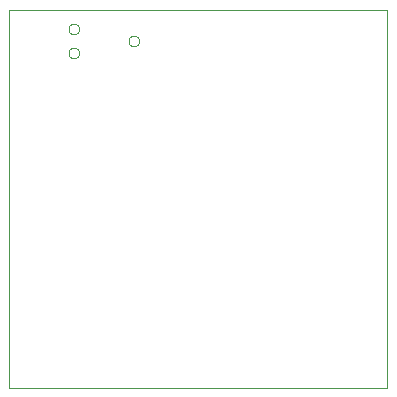
<source format=gm1>
G75*
G70*
%OFA0B0*%
%FSLAX24Y24*%
%IPPOS*%
%LPD*%
%AMOC8*
5,1,8,0,0,1.08239X$1,22.5*
%
%ADD10C,0.0000*%
D10*
X000129Y001553D02*
X012727Y001553D01*
X012727Y014151D01*
X000129Y014151D01*
X000129Y001553D01*
X002098Y012706D02*
X002100Y012732D01*
X002106Y012758D01*
X002115Y012782D01*
X002128Y012805D01*
X002145Y012825D01*
X002164Y012843D01*
X002186Y012858D01*
X002209Y012869D01*
X002234Y012877D01*
X002260Y012881D01*
X002286Y012881D01*
X002312Y012877D01*
X002337Y012869D01*
X002361Y012858D01*
X002382Y012843D01*
X002401Y012825D01*
X002418Y012805D01*
X002431Y012782D01*
X002440Y012758D01*
X002446Y012732D01*
X002448Y012706D01*
X002446Y012680D01*
X002440Y012654D01*
X002431Y012630D01*
X002418Y012607D01*
X002401Y012587D01*
X002382Y012569D01*
X002360Y012554D01*
X002337Y012543D01*
X002312Y012535D01*
X002286Y012531D01*
X002260Y012531D01*
X002234Y012535D01*
X002209Y012543D01*
X002185Y012554D01*
X002164Y012569D01*
X002145Y012587D01*
X002128Y012607D01*
X002115Y012630D01*
X002106Y012654D01*
X002100Y012680D01*
X002098Y012706D01*
X002098Y013506D02*
X002100Y013532D01*
X002106Y013558D01*
X002115Y013582D01*
X002128Y013605D01*
X002145Y013625D01*
X002164Y013643D01*
X002186Y013658D01*
X002209Y013669D01*
X002234Y013677D01*
X002260Y013681D01*
X002286Y013681D01*
X002312Y013677D01*
X002337Y013669D01*
X002361Y013658D01*
X002382Y013643D01*
X002401Y013625D01*
X002418Y013605D01*
X002431Y013582D01*
X002440Y013558D01*
X002446Y013532D01*
X002448Y013506D01*
X002446Y013480D01*
X002440Y013454D01*
X002431Y013430D01*
X002418Y013407D01*
X002401Y013387D01*
X002382Y013369D01*
X002360Y013354D01*
X002337Y013343D01*
X002312Y013335D01*
X002286Y013331D01*
X002260Y013331D01*
X002234Y013335D01*
X002209Y013343D01*
X002185Y013354D01*
X002164Y013369D01*
X002145Y013387D01*
X002128Y013407D01*
X002115Y013430D01*
X002106Y013454D01*
X002100Y013480D01*
X002098Y013506D01*
X004098Y013106D02*
X004100Y013132D01*
X004106Y013158D01*
X004115Y013182D01*
X004128Y013205D01*
X004145Y013225D01*
X004164Y013243D01*
X004186Y013258D01*
X004209Y013269D01*
X004234Y013277D01*
X004260Y013281D01*
X004286Y013281D01*
X004312Y013277D01*
X004337Y013269D01*
X004361Y013258D01*
X004382Y013243D01*
X004401Y013225D01*
X004418Y013205D01*
X004431Y013182D01*
X004440Y013158D01*
X004446Y013132D01*
X004448Y013106D01*
X004446Y013080D01*
X004440Y013054D01*
X004431Y013030D01*
X004418Y013007D01*
X004401Y012987D01*
X004382Y012969D01*
X004360Y012954D01*
X004337Y012943D01*
X004312Y012935D01*
X004286Y012931D01*
X004260Y012931D01*
X004234Y012935D01*
X004209Y012943D01*
X004185Y012954D01*
X004164Y012969D01*
X004145Y012987D01*
X004128Y013007D01*
X004115Y013030D01*
X004106Y013054D01*
X004100Y013080D01*
X004098Y013106D01*
M02*

</source>
